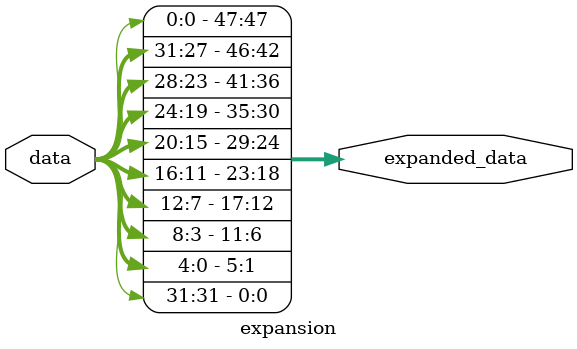
<source format=v>
`timescale 1ns / 1ps


module expansion (

    input[31:0]   data,
    output[47:0] expanded_data

);
 
// groups of 6 bits expansions //
 
/*
reg[47:0] ex;
integer i; 
integer j;
integer m;
integer n;

 
 initial begin
     
    ex[0]  = data[31];
    ex[47] = data[0];

    for (  i=0,j=1 ; i<32 & j <47  ; i=i+4,j= j+6 ) begin 
        
        ex[j]   = data[i];
        ex[j+1] = data[i+1];
        ex[j+2] = data[i+2];
        ex[j+3] = data[i+3]; 
       
    end
    
    for (  m=3,n=5 ; m<=28 & n<=42  ; m = m+4,n= n+6 ) begin 
       
       ex[n]   = data[m+1];
       ex[n+1] = data[m];

    end

 end
 
 
 assign expanded_data = ex;*/
 /*assign expanded_data[47]=data[0];
 assign expanded_data[46:42]=data[31:27];
 assign expanded_data[41:36]=data[28:23];
 assign expanded_data[35:30]=data[24:19];
 assign expanded_data[29:24]=data[20:15];
 assign expanded_data[23:18]=data[16:11];
 assign expanded_data[17:12]=data[12:7];
 assign expanded_data[11:6]=data[8:3];
 assign expanded_data[5:1]=data[4:0];
 assign expanded_data[0]=data[31];*/
  assign expanded_data[47]=data[0];
  assign expanded_data[46]=data[31];
  assign expanded_data[45]=data[30];
  assign expanded_data[44]=data[29];
  assign expanded_data[43]=data[28];
  assign expanded_data[42]=data[27];
  assign expanded_data[41]=data[28];
  assign expanded_data[40]=data[27];
  
  assign expanded_data[39]=data[26];
  assign expanded_data[38]=data[25];
  assign expanded_data[37]=data[24];
  assign expanded_data[36]=data[23];
  assign expanded_data[35]=data[24];
  assign expanded_data[34]=data[23];
  assign expanded_data[33]=data[22];
  assign expanded_data[32]=data[21];
  
  assign expanded_data[31]=data[20];
  assign expanded_data[30]=data[19];
  assign expanded_data[29]=data[20];
  assign expanded_data[28]=data[19];
  assign expanded_data[27]=data[18];
  assign expanded_data[26]=data[17];
  assign expanded_data[25]=data[16];
  assign expanded_data[24]=data[15];
  
  assign expanded_data[23]=data[16];
  assign expanded_data[22]=data[15];
  assign expanded_data[21]=data[14];
  assign expanded_data[20]=data[13];
  assign expanded_data[19]=data[12];
  assign expanded_data[18]=data[11];
  assign expanded_data[17]=data[12];
  assign expanded_data[16]=data[11];
  
  assign expanded_data[15]=data[10];
  assign expanded_data[14]=data[9];
  assign expanded_data[13]=data[8];
  assign expanded_data[12]=data[7];
  assign expanded_data[11]=data[8];
  assign expanded_data[10]=data[7];
  assign expanded_data[9]=data[6];
  assign expanded_data[8]=data[5];
  
  assign expanded_data[7]=data[4];
  assign expanded_data[6]=data[3];
  assign expanded_data[5]=data[4];
  assign expanded_data[4]=data[3];
  assign expanded_data[3]=data[2];
  assign expanded_data[2]=data[1];
  assign expanded_data[1]=data[0];
  assign expanded_data[0]=data[31];
endmodule

</source>
